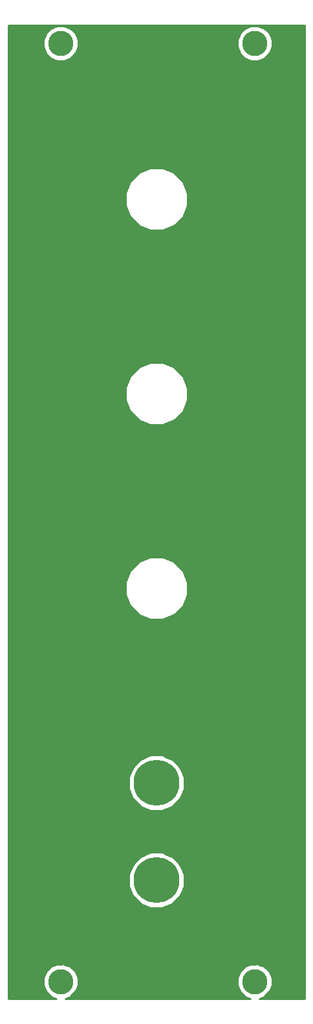
<source format=gbr>
G04 #@! TF.FileFunction,Copper,L2,Bot,Signal*
%FSLAX46Y46*%
G04 Gerber Fmt 4.6, Leading zero omitted, Abs format (unit mm)*
G04 Created by KiCad (PCBNEW 4.0.7) date 05/20/19 09:48:52*
%MOMM*%
%LPD*%
G01*
G04 APERTURE LIST*
%ADD10C,0.100000*%
%ADD11C,6.000000*%
%ADD12C,3.300000*%
%ADD13C,0.254000*%
G04 APERTURE END LIST*
D10*
D11*
X78740000Y-142240000D03*
X78740000Y-154940000D03*
D12*
X66182240Y-45679360D03*
X91582240Y-45679360D03*
X66182240Y-168178480D03*
X91582240Y-168178480D03*
D13*
G36*
X98121000Y-170409400D02*
X92184754Y-170409400D01*
X92846861Y-170135146D01*
X92851521Y-170126397D01*
X92874898Y-170116738D01*
X93518239Y-169474519D01*
X93529121Y-169448313D01*
X93538906Y-169443101D01*
X93699602Y-169037749D01*
X93866843Y-168634989D01*
X93866860Y-168615846D01*
X93873913Y-168598054D01*
X93867256Y-168162064D01*
X93867636Y-167725959D01*
X93860326Y-167708268D01*
X93860034Y-167689130D01*
X93538906Y-166913859D01*
X93530157Y-166909199D01*
X93520498Y-166885822D01*
X92878279Y-166242481D01*
X92852073Y-166231599D01*
X92846861Y-166221814D01*
X92441509Y-166061118D01*
X92038749Y-165893877D01*
X92019606Y-165893860D01*
X92001814Y-165886807D01*
X91565824Y-165893464D01*
X91129719Y-165893084D01*
X91112028Y-165900394D01*
X91092890Y-165900686D01*
X90317619Y-166221814D01*
X90312959Y-166230563D01*
X90289582Y-166240222D01*
X89646241Y-166882441D01*
X89635359Y-166908647D01*
X89625574Y-166913859D01*
X89464878Y-167319211D01*
X89297637Y-167721971D01*
X89297620Y-167741114D01*
X89290567Y-167758906D01*
X89297224Y-168194896D01*
X89296844Y-168631001D01*
X89304154Y-168648692D01*
X89304446Y-168667830D01*
X89625574Y-169443101D01*
X89634323Y-169447761D01*
X89643982Y-169471138D01*
X90286201Y-170114479D01*
X90312407Y-170125361D01*
X90317619Y-170135146D01*
X90722971Y-170295842D01*
X90996448Y-170409400D01*
X66784754Y-170409400D01*
X67446861Y-170135146D01*
X67451521Y-170126397D01*
X67474898Y-170116738D01*
X68118239Y-169474519D01*
X68129121Y-169448313D01*
X68138906Y-169443101D01*
X68299602Y-169037749D01*
X68466843Y-168634989D01*
X68466860Y-168615846D01*
X68473913Y-168598054D01*
X68467256Y-168162064D01*
X68467636Y-167725959D01*
X68460326Y-167708268D01*
X68460034Y-167689130D01*
X68138906Y-166913859D01*
X68130157Y-166909199D01*
X68120498Y-166885822D01*
X67478279Y-166242481D01*
X67452073Y-166231599D01*
X67446861Y-166221814D01*
X67041509Y-166061118D01*
X66638749Y-165893877D01*
X66619606Y-165893860D01*
X66601814Y-165886807D01*
X66165824Y-165893464D01*
X65729719Y-165893084D01*
X65712028Y-165900394D01*
X65692890Y-165900686D01*
X64917619Y-166221814D01*
X64912959Y-166230563D01*
X64889582Y-166240222D01*
X64246241Y-166882441D01*
X64235359Y-166908647D01*
X64225574Y-166913859D01*
X64064878Y-167319211D01*
X63897637Y-167721971D01*
X63897620Y-167741114D01*
X63890567Y-167758906D01*
X63897224Y-168194896D01*
X63896844Y-168631001D01*
X63904154Y-168648692D01*
X63904446Y-168667830D01*
X64225574Y-169443101D01*
X64234323Y-169447761D01*
X64243982Y-169471138D01*
X64886201Y-170114479D01*
X64912407Y-170125361D01*
X64917619Y-170135146D01*
X65322971Y-170295842D01*
X65596448Y-170409400D01*
X59359000Y-170409400D01*
X59359000Y-155644875D01*
X75101432Y-155644875D01*
X75104377Y-155652086D01*
X75104370Y-155659874D01*
X75377612Y-156321170D01*
X75648146Y-156983639D01*
X75656512Y-156996160D01*
X75656600Y-156996372D01*
X75656764Y-156996536D01*
X75668723Y-157014434D01*
X75689861Y-157029691D01*
X76654683Y-157996198D01*
X76665566Y-158011277D01*
X76672746Y-158014293D01*
X76678249Y-158019806D01*
X77339149Y-158294236D01*
X77998800Y-158571342D01*
X78006588Y-158571381D01*
X78013782Y-158574368D01*
X78729334Y-158574992D01*
X79444875Y-158578568D01*
X79452086Y-158575623D01*
X79459874Y-158575630D01*
X80121170Y-158302388D01*
X80783639Y-158031854D01*
X80796160Y-158023488D01*
X80796372Y-158023400D01*
X80796536Y-158023236D01*
X80814434Y-158011277D01*
X80829691Y-157990139D01*
X81796198Y-157025317D01*
X81811277Y-157014434D01*
X81814293Y-157007254D01*
X81819806Y-157001751D01*
X82094236Y-156340851D01*
X82371342Y-155681200D01*
X82371381Y-155673412D01*
X82374368Y-155666218D01*
X82374992Y-154950666D01*
X82378568Y-154235125D01*
X82375623Y-154227914D01*
X82375630Y-154220126D01*
X82102388Y-153558830D01*
X81831854Y-152896361D01*
X81823488Y-152883840D01*
X81823400Y-152883628D01*
X81823236Y-152883464D01*
X81811277Y-152865566D01*
X81790139Y-152850309D01*
X80825317Y-151883802D01*
X80814434Y-151868723D01*
X80807254Y-151865707D01*
X80801751Y-151860194D01*
X80140851Y-151585764D01*
X79481200Y-151308658D01*
X79473412Y-151308619D01*
X79466218Y-151305632D01*
X78750666Y-151305008D01*
X78035125Y-151301432D01*
X78027914Y-151304377D01*
X78020126Y-151304370D01*
X77358830Y-151577612D01*
X76696361Y-151848146D01*
X76683840Y-151856512D01*
X76683628Y-151856600D01*
X76683464Y-151856764D01*
X76665566Y-151868723D01*
X76650309Y-151889861D01*
X75683802Y-152854683D01*
X75668723Y-152865566D01*
X75665707Y-152872746D01*
X75660194Y-152878249D01*
X75385764Y-153539149D01*
X75108658Y-154198800D01*
X75108619Y-154206588D01*
X75105632Y-154213782D01*
X75105008Y-154929334D01*
X75101432Y-155644875D01*
X59359000Y-155644875D01*
X59359000Y-142944875D01*
X75101432Y-142944875D01*
X75104377Y-142952086D01*
X75104370Y-142959874D01*
X75377612Y-143621170D01*
X75648146Y-144283639D01*
X75656512Y-144296160D01*
X75656600Y-144296372D01*
X75656764Y-144296536D01*
X75668723Y-144314434D01*
X75689861Y-144329691D01*
X76654683Y-145296198D01*
X76665566Y-145311277D01*
X76672746Y-145314293D01*
X76678249Y-145319806D01*
X77339149Y-145594236D01*
X77998800Y-145871342D01*
X78006588Y-145871381D01*
X78013782Y-145874368D01*
X78729334Y-145874992D01*
X79444875Y-145878568D01*
X79452086Y-145875623D01*
X79459874Y-145875630D01*
X80121170Y-145602388D01*
X80783639Y-145331854D01*
X80796160Y-145323488D01*
X80796372Y-145323400D01*
X80796536Y-145323236D01*
X80814434Y-145311277D01*
X80829691Y-145290139D01*
X81796198Y-144325317D01*
X81811277Y-144314434D01*
X81814293Y-144307254D01*
X81819806Y-144301751D01*
X82094236Y-143640851D01*
X82371342Y-142981200D01*
X82371381Y-142973412D01*
X82374368Y-142966218D01*
X82374992Y-142250666D01*
X82378568Y-141535125D01*
X82375623Y-141527914D01*
X82375630Y-141520126D01*
X82102388Y-140858830D01*
X81831854Y-140196361D01*
X81823488Y-140183840D01*
X81823400Y-140183628D01*
X81823236Y-140183464D01*
X81811277Y-140165566D01*
X81790139Y-140150309D01*
X80825317Y-139183802D01*
X80814434Y-139168723D01*
X80807254Y-139165707D01*
X80801751Y-139160194D01*
X80140851Y-138885764D01*
X79481200Y-138608658D01*
X79473412Y-138608619D01*
X79466218Y-138605632D01*
X78750666Y-138605008D01*
X78035125Y-138601432D01*
X78027914Y-138604377D01*
X78020126Y-138604370D01*
X77358830Y-138877612D01*
X76696361Y-139148146D01*
X76683840Y-139156512D01*
X76683628Y-139156600D01*
X76683464Y-139156764D01*
X76665566Y-139168723D01*
X76650309Y-139189861D01*
X75683802Y-140154683D01*
X75668723Y-140165566D01*
X75665707Y-140172746D01*
X75660194Y-140178249D01*
X75385764Y-140839149D01*
X75108658Y-141498800D01*
X75108619Y-141506588D01*
X75105632Y-141513782D01*
X75105008Y-142229334D01*
X75101432Y-142944875D01*
X59359000Y-142944875D01*
X59359000Y-117648992D01*
X74654292Y-117648992D01*
X75274886Y-119150944D01*
X76423012Y-120301075D01*
X77923878Y-120924289D01*
X79548992Y-120925708D01*
X81050944Y-120305114D01*
X82201075Y-119156988D01*
X82824289Y-117656122D01*
X82825708Y-116031008D01*
X82205114Y-114529056D01*
X81056988Y-113378925D01*
X79556122Y-112755711D01*
X77931008Y-112754292D01*
X76429056Y-113374886D01*
X75278925Y-114523012D01*
X74655711Y-116023878D01*
X74654292Y-117648992D01*
X59359000Y-117648992D01*
X59359000Y-92248992D01*
X74654292Y-92248992D01*
X75274886Y-93750944D01*
X76423012Y-94901075D01*
X77923878Y-95524289D01*
X79548992Y-95525708D01*
X81050944Y-94905114D01*
X82201075Y-93756988D01*
X82824289Y-92256122D01*
X82825708Y-90631008D01*
X82205114Y-89129056D01*
X81056988Y-87978925D01*
X79556122Y-87355711D01*
X77931008Y-87354292D01*
X76429056Y-87974886D01*
X75278925Y-89123012D01*
X74655711Y-90623878D01*
X74654292Y-92248992D01*
X59359000Y-92248992D01*
X59359000Y-66848992D01*
X74654292Y-66848992D01*
X75274886Y-68350944D01*
X76423012Y-69501075D01*
X77923878Y-70124289D01*
X79548992Y-70125708D01*
X81050944Y-69505114D01*
X82201075Y-68356988D01*
X82824289Y-66856122D01*
X82825708Y-65231008D01*
X82205114Y-63729056D01*
X81056988Y-62578925D01*
X79556122Y-61955711D01*
X77931008Y-61954292D01*
X76429056Y-62574886D01*
X75278925Y-63723012D01*
X74655711Y-65223878D01*
X74654292Y-66848992D01*
X59359000Y-66848992D01*
X59359000Y-45259786D01*
X63890567Y-45259786D01*
X63897224Y-45695776D01*
X63896844Y-46131881D01*
X63904154Y-46149572D01*
X63904446Y-46168710D01*
X64225574Y-46943981D01*
X64234323Y-46948641D01*
X64243982Y-46972018D01*
X64886201Y-47615359D01*
X64912407Y-47626241D01*
X64917619Y-47636026D01*
X65322971Y-47796722D01*
X65725731Y-47963963D01*
X65744874Y-47963980D01*
X65762666Y-47971033D01*
X66198656Y-47964376D01*
X66634761Y-47964756D01*
X66652452Y-47957446D01*
X66671590Y-47957154D01*
X67446861Y-47636026D01*
X67451521Y-47627277D01*
X67474898Y-47617618D01*
X68118239Y-46975399D01*
X68129121Y-46949193D01*
X68138906Y-46943981D01*
X68299602Y-46538629D01*
X68466843Y-46135869D01*
X68466860Y-46116726D01*
X68473913Y-46098934D01*
X68467256Y-45662944D01*
X68467607Y-45259786D01*
X89290567Y-45259786D01*
X89297224Y-45695776D01*
X89296844Y-46131881D01*
X89304154Y-46149572D01*
X89304446Y-46168710D01*
X89625574Y-46943981D01*
X89634323Y-46948641D01*
X89643982Y-46972018D01*
X90286201Y-47615359D01*
X90312407Y-47626241D01*
X90317619Y-47636026D01*
X90722971Y-47796722D01*
X91125731Y-47963963D01*
X91144874Y-47963980D01*
X91162666Y-47971033D01*
X91598656Y-47964376D01*
X92034761Y-47964756D01*
X92052452Y-47957446D01*
X92071590Y-47957154D01*
X92846861Y-47636026D01*
X92851521Y-47627277D01*
X92874898Y-47617618D01*
X93518239Y-46975399D01*
X93529121Y-46949193D01*
X93538906Y-46943981D01*
X93699602Y-46538629D01*
X93866843Y-46135869D01*
X93866860Y-46116726D01*
X93873913Y-46098934D01*
X93867256Y-45662944D01*
X93867636Y-45226839D01*
X93860326Y-45209148D01*
X93860034Y-45190010D01*
X93538906Y-44414739D01*
X93530157Y-44410079D01*
X93520498Y-44386702D01*
X92878279Y-43743361D01*
X92852073Y-43732479D01*
X92846861Y-43722694D01*
X92441509Y-43561998D01*
X92038749Y-43394757D01*
X92019606Y-43394740D01*
X92001814Y-43387687D01*
X91565824Y-43394344D01*
X91129719Y-43393964D01*
X91112028Y-43401274D01*
X91092890Y-43401566D01*
X90317619Y-43722694D01*
X90312959Y-43731443D01*
X90289582Y-43741102D01*
X89646241Y-44383321D01*
X89635359Y-44409527D01*
X89625574Y-44414739D01*
X89464878Y-44820091D01*
X89297637Y-45222851D01*
X89297620Y-45241994D01*
X89290567Y-45259786D01*
X68467607Y-45259786D01*
X68467636Y-45226839D01*
X68460326Y-45209148D01*
X68460034Y-45190010D01*
X68138906Y-44414739D01*
X68130157Y-44410079D01*
X68120498Y-44386702D01*
X67478279Y-43743361D01*
X67452073Y-43732479D01*
X67446861Y-43722694D01*
X67041509Y-43561998D01*
X66638749Y-43394757D01*
X66619606Y-43394740D01*
X66601814Y-43387687D01*
X66165824Y-43394344D01*
X65729719Y-43393964D01*
X65712028Y-43401274D01*
X65692890Y-43401566D01*
X64917619Y-43722694D01*
X64912959Y-43731443D01*
X64889582Y-43741102D01*
X64246241Y-44383321D01*
X64235359Y-44409527D01*
X64225574Y-44414739D01*
X64064878Y-44820091D01*
X63897637Y-45222851D01*
X63897620Y-45241994D01*
X63890567Y-45259786D01*
X59359000Y-45259786D01*
X59359000Y-43357000D01*
X98121000Y-43357000D01*
X98121000Y-170409400D01*
X98121000Y-170409400D01*
G37*
X98121000Y-170409400D02*
X92184754Y-170409400D01*
X92846861Y-170135146D01*
X92851521Y-170126397D01*
X92874898Y-170116738D01*
X93518239Y-169474519D01*
X93529121Y-169448313D01*
X93538906Y-169443101D01*
X93699602Y-169037749D01*
X93866843Y-168634989D01*
X93866860Y-168615846D01*
X93873913Y-168598054D01*
X93867256Y-168162064D01*
X93867636Y-167725959D01*
X93860326Y-167708268D01*
X93860034Y-167689130D01*
X93538906Y-166913859D01*
X93530157Y-166909199D01*
X93520498Y-166885822D01*
X92878279Y-166242481D01*
X92852073Y-166231599D01*
X92846861Y-166221814D01*
X92441509Y-166061118D01*
X92038749Y-165893877D01*
X92019606Y-165893860D01*
X92001814Y-165886807D01*
X91565824Y-165893464D01*
X91129719Y-165893084D01*
X91112028Y-165900394D01*
X91092890Y-165900686D01*
X90317619Y-166221814D01*
X90312959Y-166230563D01*
X90289582Y-166240222D01*
X89646241Y-166882441D01*
X89635359Y-166908647D01*
X89625574Y-166913859D01*
X89464878Y-167319211D01*
X89297637Y-167721971D01*
X89297620Y-167741114D01*
X89290567Y-167758906D01*
X89297224Y-168194896D01*
X89296844Y-168631001D01*
X89304154Y-168648692D01*
X89304446Y-168667830D01*
X89625574Y-169443101D01*
X89634323Y-169447761D01*
X89643982Y-169471138D01*
X90286201Y-170114479D01*
X90312407Y-170125361D01*
X90317619Y-170135146D01*
X90722971Y-170295842D01*
X90996448Y-170409400D01*
X66784754Y-170409400D01*
X67446861Y-170135146D01*
X67451521Y-170126397D01*
X67474898Y-170116738D01*
X68118239Y-169474519D01*
X68129121Y-169448313D01*
X68138906Y-169443101D01*
X68299602Y-169037749D01*
X68466843Y-168634989D01*
X68466860Y-168615846D01*
X68473913Y-168598054D01*
X68467256Y-168162064D01*
X68467636Y-167725959D01*
X68460326Y-167708268D01*
X68460034Y-167689130D01*
X68138906Y-166913859D01*
X68130157Y-166909199D01*
X68120498Y-166885822D01*
X67478279Y-166242481D01*
X67452073Y-166231599D01*
X67446861Y-166221814D01*
X67041509Y-166061118D01*
X66638749Y-165893877D01*
X66619606Y-165893860D01*
X66601814Y-165886807D01*
X66165824Y-165893464D01*
X65729719Y-165893084D01*
X65712028Y-165900394D01*
X65692890Y-165900686D01*
X64917619Y-166221814D01*
X64912959Y-166230563D01*
X64889582Y-166240222D01*
X64246241Y-166882441D01*
X64235359Y-166908647D01*
X64225574Y-166913859D01*
X64064878Y-167319211D01*
X63897637Y-167721971D01*
X63897620Y-167741114D01*
X63890567Y-167758906D01*
X63897224Y-168194896D01*
X63896844Y-168631001D01*
X63904154Y-168648692D01*
X63904446Y-168667830D01*
X64225574Y-169443101D01*
X64234323Y-169447761D01*
X64243982Y-169471138D01*
X64886201Y-170114479D01*
X64912407Y-170125361D01*
X64917619Y-170135146D01*
X65322971Y-170295842D01*
X65596448Y-170409400D01*
X59359000Y-170409400D01*
X59359000Y-155644875D01*
X75101432Y-155644875D01*
X75104377Y-155652086D01*
X75104370Y-155659874D01*
X75377612Y-156321170D01*
X75648146Y-156983639D01*
X75656512Y-156996160D01*
X75656600Y-156996372D01*
X75656764Y-156996536D01*
X75668723Y-157014434D01*
X75689861Y-157029691D01*
X76654683Y-157996198D01*
X76665566Y-158011277D01*
X76672746Y-158014293D01*
X76678249Y-158019806D01*
X77339149Y-158294236D01*
X77998800Y-158571342D01*
X78006588Y-158571381D01*
X78013782Y-158574368D01*
X78729334Y-158574992D01*
X79444875Y-158578568D01*
X79452086Y-158575623D01*
X79459874Y-158575630D01*
X80121170Y-158302388D01*
X80783639Y-158031854D01*
X80796160Y-158023488D01*
X80796372Y-158023400D01*
X80796536Y-158023236D01*
X80814434Y-158011277D01*
X80829691Y-157990139D01*
X81796198Y-157025317D01*
X81811277Y-157014434D01*
X81814293Y-157007254D01*
X81819806Y-157001751D01*
X82094236Y-156340851D01*
X82371342Y-155681200D01*
X82371381Y-155673412D01*
X82374368Y-155666218D01*
X82374992Y-154950666D01*
X82378568Y-154235125D01*
X82375623Y-154227914D01*
X82375630Y-154220126D01*
X82102388Y-153558830D01*
X81831854Y-152896361D01*
X81823488Y-152883840D01*
X81823400Y-152883628D01*
X81823236Y-152883464D01*
X81811277Y-152865566D01*
X81790139Y-152850309D01*
X80825317Y-151883802D01*
X80814434Y-151868723D01*
X80807254Y-151865707D01*
X80801751Y-151860194D01*
X80140851Y-151585764D01*
X79481200Y-151308658D01*
X79473412Y-151308619D01*
X79466218Y-151305632D01*
X78750666Y-151305008D01*
X78035125Y-151301432D01*
X78027914Y-151304377D01*
X78020126Y-151304370D01*
X77358830Y-151577612D01*
X76696361Y-151848146D01*
X76683840Y-151856512D01*
X76683628Y-151856600D01*
X76683464Y-151856764D01*
X76665566Y-151868723D01*
X76650309Y-151889861D01*
X75683802Y-152854683D01*
X75668723Y-152865566D01*
X75665707Y-152872746D01*
X75660194Y-152878249D01*
X75385764Y-153539149D01*
X75108658Y-154198800D01*
X75108619Y-154206588D01*
X75105632Y-154213782D01*
X75105008Y-154929334D01*
X75101432Y-155644875D01*
X59359000Y-155644875D01*
X59359000Y-142944875D01*
X75101432Y-142944875D01*
X75104377Y-142952086D01*
X75104370Y-142959874D01*
X75377612Y-143621170D01*
X75648146Y-144283639D01*
X75656512Y-144296160D01*
X75656600Y-144296372D01*
X75656764Y-144296536D01*
X75668723Y-144314434D01*
X75689861Y-144329691D01*
X76654683Y-145296198D01*
X76665566Y-145311277D01*
X76672746Y-145314293D01*
X76678249Y-145319806D01*
X77339149Y-145594236D01*
X77998800Y-145871342D01*
X78006588Y-145871381D01*
X78013782Y-145874368D01*
X78729334Y-145874992D01*
X79444875Y-145878568D01*
X79452086Y-145875623D01*
X79459874Y-145875630D01*
X80121170Y-145602388D01*
X80783639Y-145331854D01*
X80796160Y-145323488D01*
X80796372Y-145323400D01*
X80796536Y-145323236D01*
X80814434Y-145311277D01*
X80829691Y-145290139D01*
X81796198Y-144325317D01*
X81811277Y-144314434D01*
X81814293Y-144307254D01*
X81819806Y-144301751D01*
X82094236Y-143640851D01*
X82371342Y-142981200D01*
X82371381Y-142973412D01*
X82374368Y-142966218D01*
X82374992Y-142250666D01*
X82378568Y-141535125D01*
X82375623Y-141527914D01*
X82375630Y-141520126D01*
X82102388Y-140858830D01*
X81831854Y-140196361D01*
X81823488Y-140183840D01*
X81823400Y-140183628D01*
X81823236Y-140183464D01*
X81811277Y-140165566D01*
X81790139Y-140150309D01*
X80825317Y-139183802D01*
X80814434Y-139168723D01*
X80807254Y-139165707D01*
X80801751Y-139160194D01*
X80140851Y-138885764D01*
X79481200Y-138608658D01*
X79473412Y-138608619D01*
X79466218Y-138605632D01*
X78750666Y-138605008D01*
X78035125Y-138601432D01*
X78027914Y-138604377D01*
X78020126Y-138604370D01*
X77358830Y-138877612D01*
X76696361Y-139148146D01*
X76683840Y-139156512D01*
X76683628Y-139156600D01*
X76683464Y-139156764D01*
X76665566Y-139168723D01*
X76650309Y-139189861D01*
X75683802Y-140154683D01*
X75668723Y-140165566D01*
X75665707Y-140172746D01*
X75660194Y-140178249D01*
X75385764Y-140839149D01*
X75108658Y-141498800D01*
X75108619Y-141506588D01*
X75105632Y-141513782D01*
X75105008Y-142229334D01*
X75101432Y-142944875D01*
X59359000Y-142944875D01*
X59359000Y-117648992D01*
X74654292Y-117648992D01*
X75274886Y-119150944D01*
X76423012Y-120301075D01*
X77923878Y-120924289D01*
X79548992Y-120925708D01*
X81050944Y-120305114D01*
X82201075Y-119156988D01*
X82824289Y-117656122D01*
X82825708Y-116031008D01*
X82205114Y-114529056D01*
X81056988Y-113378925D01*
X79556122Y-112755711D01*
X77931008Y-112754292D01*
X76429056Y-113374886D01*
X75278925Y-114523012D01*
X74655711Y-116023878D01*
X74654292Y-117648992D01*
X59359000Y-117648992D01*
X59359000Y-92248992D01*
X74654292Y-92248992D01*
X75274886Y-93750944D01*
X76423012Y-94901075D01*
X77923878Y-95524289D01*
X79548992Y-95525708D01*
X81050944Y-94905114D01*
X82201075Y-93756988D01*
X82824289Y-92256122D01*
X82825708Y-90631008D01*
X82205114Y-89129056D01*
X81056988Y-87978925D01*
X79556122Y-87355711D01*
X77931008Y-87354292D01*
X76429056Y-87974886D01*
X75278925Y-89123012D01*
X74655711Y-90623878D01*
X74654292Y-92248992D01*
X59359000Y-92248992D01*
X59359000Y-66848992D01*
X74654292Y-66848992D01*
X75274886Y-68350944D01*
X76423012Y-69501075D01*
X77923878Y-70124289D01*
X79548992Y-70125708D01*
X81050944Y-69505114D01*
X82201075Y-68356988D01*
X82824289Y-66856122D01*
X82825708Y-65231008D01*
X82205114Y-63729056D01*
X81056988Y-62578925D01*
X79556122Y-61955711D01*
X77931008Y-61954292D01*
X76429056Y-62574886D01*
X75278925Y-63723012D01*
X74655711Y-65223878D01*
X74654292Y-66848992D01*
X59359000Y-66848992D01*
X59359000Y-45259786D01*
X63890567Y-45259786D01*
X63897224Y-45695776D01*
X63896844Y-46131881D01*
X63904154Y-46149572D01*
X63904446Y-46168710D01*
X64225574Y-46943981D01*
X64234323Y-46948641D01*
X64243982Y-46972018D01*
X64886201Y-47615359D01*
X64912407Y-47626241D01*
X64917619Y-47636026D01*
X65322971Y-47796722D01*
X65725731Y-47963963D01*
X65744874Y-47963980D01*
X65762666Y-47971033D01*
X66198656Y-47964376D01*
X66634761Y-47964756D01*
X66652452Y-47957446D01*
X66671590Y-47957154D01*
X67446861Y-47636026D01*
X67451521Y-47627277D01*
X67474898Y-47617618D01*
X68118239Y-46975399D01*
X68129121Y-46949193D01*
X68138906Y-46943981D01*
X68299602Y-46538629D01*
X68466843Y-46135869D01*
X68466860Y-46116726D01*
X68473913Y-46098934D01*
X68467256Y-45662944D01*
X68467607Y-45259786D01*
X89290567Y-45259786D01*
X89297224Y-45695776D01*
X89296844Y-46131881D01*
X89304154Y-46149572D01*
X89304446Y-46168710D01*
X89625574Y-46943981D01*
X89634323Y-46948641D01*
X89643982Y-46972018D01*
X90286201Y-47615359D01*
X90312407Y-47626241D01*
X90317619Y-47636026D01*
X90722971Y-47796722D01*
X91125731Y-47963963D01*
X91144874Y-47963980D01*
X91162666Y-47971033D01*
X91598656Y-47964376D01*
X92034761Y-47964756D01*
X92052452Y-47957446D01*
X92071590Y-47957154D01*
X92846861Y-47636026D01*
X92851521Y-47627277D01*
X92874898Y-47617618D01*
X93518239Y-46975399D01*
X93529121Y-46949193D01*
X93538906Y-46943981D01*
X93699602Y-46538629D01*
X93866843Y-46135869D01*
X93866860Y-46116726D01*
X93873913Y-46098934D01*
X93867256Y-45662944D01*
X93867636Y-45226839D01*
X93860326Y-45209148D01*
X93860034Y-45190010D01*
X93538906Y-44414739D01*
X93530157Y-44410079D01*
X93520498Y-44386702D01*
X92878279Y-43743361D01*
X92852073Y-43732479D01*
X92846861Y-43722694D01*
X92441509Y-43561998D01*
X92038749Y-43394757D01*
X92019606Y-43394740D01*
X92001814Y-43387687D01*
X91565824Y-43394344D01*
X91129719Y-43393964D01*
X91112028Y-43401274D01*
X91092890Y-43401566D01*
X90317619Y-43722694D01*
X90312959Y-43731443D01*
X90289582Y-43741102D01*
X89646241Y-44383321D01*
X89635359Y-44409527D01*
X89625574Y-44414739D01*
X89464878Y-44820091D01*
X89297637Y-45222851D01*
X89297620Y-45241994D01*
X89290567Y-45259786D01*
X68467607Y-45259786D01*
X68467636Y-45226839D01*
X68460326Y-45209148D01*
X68460034Y-45190010D01*
X68138906Y-44414739D01*
X68130157Y-44410079D01*
X68120498Y-44386702D01*
X67478279Y-43743361D01*
X67452073Y-43732479D01*
X67446861Y-43722694D01*
X67041509Y-43561998D01*
X66638749Y-43394757D01*
X66619606Y-43394740D01*
X66601814Y-43387687D01*
X66165824Y-43394344D01*
X65729719Y-43393964D01*
X65712028Y-43401274D01*
X65692890Y-43401566D01*
X64917619Y-43722694D01*
X64912959Y-43731443D01*
X64889582Y-43741102D01*
X64246241Y-44383321D01*
X64235359Y-44409527D01*
X64225574Y-44414739D01*
X64064878Y-44820091D01*
X63897637Y-45222851D01*
X63897620Y-45241994D01*
X63890567Y-45259786D01*
X59359000Y-45259786D01*
X59359000Y-43357000D01*
X98121000Y-43357000D01*
X98121000Y-170409400D01*
M02*

</source>
